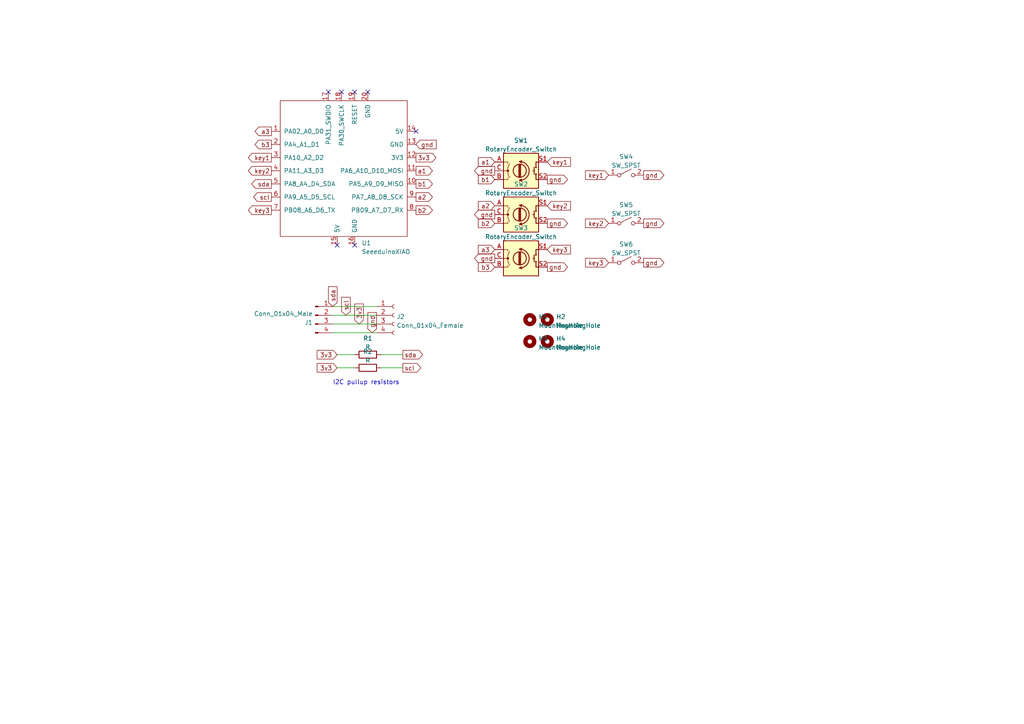
<source format=kicad_sch>
(kicad_sch (version 20211123) (generator eeschema)
  (paper "A4")
  (lib_symbols
    (symbol "Connector:Conn_01x04_Female" (pin_names (offset 1.016) hide)
      (property "Reference" "J" (at 0 5.08 0))
      (property "Value" "Conn_01x04_Female" (at 0 -7.62 0))
      (symbol "Conn_01x04_Female_1_1"
        (arc (start 0 -4.572) (mid -0.508 -5.08) (end 0 -5.588) (stroke (width 0.1524)))
        (arc (start 0 -2.032) (mid -0.508 -2.54) (end 0 -3.048) (stroke (width 0.1524)))
        (polyline (pts (xy -1.27 -5.08) (xy -0.508 -5.08)) (stroke (width 0.1524)))
        (polyline (pts (xy -1.27 -2.54) (xy -0.508 -2.54)) (stroke (width 0.1524)))
        (polyline (pts (xy -1.27 0) (xy -0.508 0)) (stroke (width 0.1524)))
        (polyline (pts (xy -1.27 2.54) (xy -0.508 2.54)) (stroke (width 0.1524)))
        (arc (start 0 0.508) (mid -0.508 0) (end 0 -0.508) (stroke (width 0.1524)))
        (arc (start 0 3.048) (mid -0.508 2.54) (end 0 2.032) (stroke (width 0.1524)))
        (pin passive line (at -5.08 2.54 0) (length 3.81) (name "Pin_1") (number "1"))
        (pin passive line (at -5.08 0 0) (length 3.81) (name "Pin_2") (number "2"))
        (pin passive line (at -5.08 -2.54 0) (length 3.81) (name "Pin_3") (number "3"))
        (pin passive line (at -5.08 -5.08 0) (length 3.81) (name "Pin_4") (number "4"))
      )
    )
    (symbol "Connector:Conn_01x04_Male" (pin_names (offset 1.016) hide)
      (property "Reference" "J" (at 0 5.08 0))
      (property "Value" "Conn_01x04_Male" (at 0 -7.62 0))
      (symbol "Conn_01x04_Male_1_1"
        (polyline (pts (xy 1.27 -5.08) (xy 0.8636 -5.08)) (stroke (width 0.1524)))
        (polyline (pts (xy 1.27 -2.54) (xy 0.8636 -2.54)) (stroke (width 0.1524)))
        (polyline (pts (xy 1.27 0) (xy 0.8636 0)) (stroke (width 0.1524)))
        (polyline (pts (xy 1.27 2.54) (xy 0.8636 2.54)) (stroke (width 0.1524)))
        (rectangle (start 0.8636 -4.953) (end 0 -5.207) (stroke (width 0.1524)) (fill (type outline)))
        (rectangle (start 0.8636 -2.413) (end 0 -2.667) (stroke (width 0.1524)) (fill (type outline)))
        (rectangle (start 0.8636 0.127) (end 0 -0.127) (stroke (width 0.1524)) (fill (type outline)))
        (rectangle (start 0.8636 2.667) (end 0 2.413) (stroke (width 0.1524)) (fill (type outline)))
        (pin passive line (at 5.08 2.54 180) (length 3.81) (name "Pin_1") (number "1"))
        (pin passive line (at 5.08 0 180) (length 3.81) (name "Pin_2") (number "2"))
        (pin passive line (at 5.08 -2.54 180) (length 3.81) (name "Pin_3") (number "3"))
        (pin passive line (at 5.08 -5.08 180) (length 3.81) (name "Pin_4") (number "4"))
      )
    )
    (symbol "Device:R" (pin_numbers hide) (pin_names (offset 0))
      (property "Reference" "R" (at 2.032 0 90))
      (property "Value" "R" (at 0 0 90))
      (symbol "R_0_1"
        (rectangle (start -1.016 -2.54) (end 1.016 2.54) (stroke (width 0.254)))
      )
      (symbol "R_1_1"
        (pin passive line (at 0 3.81 270) (length 1.27) (name "~") (number "1"))
        (pin passive line (at 0 -3.81 90) (length 1.27) (name "~") (number "2"))
      )
    )
    (symbol "Device:RotaryEncoder_Switch" (pin_names (offset 0.254) hide)
      (property "Reference" "SW" (at 0 6.604 0))
      (property "Value" "RotaryEncoder_Switch" (at 0 -6.604 0))
      (symbol "RotaryEncoder_Switch_0_1"
        (rectangle (start -5.08 5.08) (end 5.08 -5.08) (stroke (width 0.254)) (fill (type background)))
        (circle (center -3.81 0) (radius 0.254) (fill (type outline)))
        (arc (start -0.381 -2.794) (mid 2.3622 -0.0508) (end -0.381 2.667) (stroke (width 0.254)))
        (circle (center -0.381 0) (radius 1.905) (stroke (width 0.254)))
        (polyline (pts (xy -0.635 -1.778) (xy -0.635 1.778)) (stroke (width 0.254)))
        (polyline (pts (xy -0.381 -1.778) (xy -0.381 1.778)) (stroke (width 0.254)))
        (polyline (pts (xy -0.127 1.778) (xy -0.127 -1.778)) (stroke (width 0.254)))
        (polyline (pts (xy 3.81 0) (xy 3.429 0)) (stroke (width 0.254)))
        (polyline (pts (xy 3.81 1.016) (xy 3.81 -1.016)) (stroke (width 0.254)))
        (polyline (pts (xy -5.08 -2.54) (xy -3.81 -2.54) (xy -3.81 -2.032)))
        (polyline (pts (xy -5.08 2.54) (xy -3.81 2.54) (xy -3.81 2.032)))
        (polyline (pts (xy 0.254 -3.048) (xy -0.508 -2.794) (xy 0.127 -2.413)) (stroke (width 0.254)))
        (polyline (pts (xy 0.254 2.921) (xy -0.508 2.667) (xy 0.127 2.286)) (stroke (width 0.254)))
        (polyline (pts (xy 5.08 -2.54) (xy 4.318 -2.54) (xy 4.318 -1.016)) (stroke (width 0.254)))
        (polyline (pts (xy 5.08 2.54) (xy 4.318 2.54) (xy 4.318 1.016)) (stroke (width 0.254)))
        (polyline (pts (xy -5.08 0) (xy -3.81 0) (xy -3.81 -1.016) (xy -3.302 -2.032)))
        (polyline (pts (xy -4.318 0) (xy -3.81 0) (xy -3.81 1.016) (xy -3.302 2.032)))
        (circle (center 4.318 -1.016) (radius 0.127) (stroke (width 0.254)))
        (circle (center 4.318 1.016) (radius 0.127) (stroke (width 0.254)))
      )
      (symbol "RotaryEncoder_Switch_1_1"
        (pin passive line (at -7.62 2.54 0) (length 2.54) (name "A") (number "A"))
        (pin passive line (at -7.62 -2.54 0) (length 2.54) (name "B") (number "B"))
        (pin passive line (at -7.62 0 0) (length 2.54) (name "C") (number "C"))
        (pin passive line (at 7.62 2.54 180) (length 2.54) (name "S1") (number "S1"))
        (pin passive line (at 7.62 -2.54 180) (length 2.54) (name "S2") (number "S2"))
      )
    )
    (symbol "Mechanical:MountingHole" (pin_names (offset 1.016))
      (property "Reference" "H" (at 0 5.08 0))
      (property "Value" "MountingHole" (at 0 3.175 0))
      (symbol "MountingHole_0_1"
        (circle (center 0 0) (radius 1.27) (stroke (width 1.27)))
      )
    )
    (symbol "Seeeduino XIAO:SeeeduinoXIAO" (pin_names (offset 1.016))
      (property "Reference" "U" (at -19.05 22.86 0))
      (property "Value" "SeeeduinoXIAO" (at -12.7 21.59 0))
      (symbol "SeeeduinoXIAO_0_1"
        (rectangle (start -19.05 20.32) (end 17.78 -19.05))
      )
      (symbol "SeeeduinoXIAO_1_1"
        (pin unspecified line (at -21.59 11.43 0) (length 2.54) (name "PA02_A0_D0") (number "1"))
        (pin unspecified line (at 20.32 -3.81 180) (length 2.54) (name "PA5_A9_D9_MISO") (number "10"))
        (pin unspecified line (at 20.32 0 180) (length 2.54) (name "PA6_A10_D10_MOSI") (number "11"))
        (pin unspecified line (at 20.32 3.81 180) (length 2.54) (name "3V3") (number "12"))
        (pin unspecified line (at 20.32 7.62 180) (length 2.54) (name "GND") (number "13"))
        (pin unspecified line (at 20.32 11.43 180) (length 2.54) (name "5V") (number "14"))
        (pin input line (at -2.54 -21.59 90) (length 2.54) (name "5V") (number "15"))
        (pin input line (at 2.54 -21.59 90) (length 2.54) (name "GND") (number "16"))
        (pin input line (at -5.08 22.86 270) (length 2.54) (name "PA31_SWDIO") (number "17"))
        (pin input line (at -1.27 22.86 270) (length 2.54) (name "PA30_SWCLK") (number "18"))
        (pin input line (at 2.54 22.86 270) (length 2.54) (name "RESET") (number "19"))
        (pin unspecified line (at -21.59 7.62 0) (length 2.54) (name "PA4_A1_D1") (number "2"))
        (pin input line (at 6.35 22.86 270) (length 2.54) (name "GND") (number "20"))
        (pin unspecified line (at -21.59 3.81 0) (length 2.54) (name "PA10_A2_D2") (number "3"))
        (pin unspecified line (at -21.59 0 0) (length 2.54) (name "PA11_A3_D3") (number "4"))
        (pin unspecified line (at -21.59 -3.81 0) (length 2.54) (name "PA8_A4_D4_SDA") (number "5"))
        (pin unspecified line (at -21.59 -7.62 0) (length 2.54) (name "PA9_A5_D5_SCL") (number "6"))
        (pin unspecified line (at -21.59 -11.43 0) (length 2.54) (name "PB08_A6_D6_TX") (number "7"))
        (pin unspecified line (at 20.32 -11.43 180) (length 2.54) (name "PB09_A7_D7_RX") (number "8"))
        (pin unspecified line (at 20.32 -7.62 180) (length 2.54) (name "PA7_A8_D8_SCK") (number "9"))
      )
    )
    (symbol "Switch:SW_SPST" (pin_names (offset 0) hide)
      (property "Reference" "SW" (at 0 3.175 0))
      (property "Value" "SW_SPST" (at 0 -2.54 0))
      (symbol "SW_SPST_0_0"
        (circle (center -2.032 0) (radius 0.508))
        (polyline (pts (xy -1.524 0.254) (xy 1.524 1.778)))
        (circle (center 2.032 0) (radius 0.508))
      )
      (symbol "SW_SPST_1_1"
        (pin passive line (at -5.08 0 0) (length 2.54) (name "A") (number "1"))
        (pin passive line (at 5.08 0 180) (length 2.54) (name "B") (number "2"))
      )
    )
  )
  (no_connect (at 99.06 26.67))
  (no_connect (at 95.25 26.67))
  (no_connect (at 106.68 26.67))
  (no_connect (at 102.87 26.67))
  (no_connect (at 97.79 71.12))
  (no_connect (at 102.87 71.12))
  (no_connect (at 120.65 38.1))
  (wire (pts (xy 96.52 88.9) (xy 109.22 88.9)))
  (wire (pts (xy 97.79 102.87) (xy 102.87 102.87)))
  (wire (pts (xy 110.49 106.68) (xy 116.84 106.68)))
  (wire (pts (xy 96.52 91.44) (xy 109.22 91.44)))
  (wire (pts (xy 96.52 96.52) (xy 109.22 96.52)))
  (wire (pts (xy 97.79 106.68) (xy 102.87 106.68)))
  (wire (pts (xy 96.52 93.98) (xy 109.22 93.98)))
  (wire (pts (xy 110.49 102.87) (xy 116.84 102.87)))
  (text "I2C pullup resistors" (at 96.52 111.76 0) (effects (font (size 1.27 1.27)) (justify left bottom)))
  (global_label "gnd" (shape input) (at 120.65 41.91 0) (property "Intersheet References" "${INTERSHEET_REFS}" (effects hide)))
  (global_label "gnd" (shape output) (at 158.75 64.77 0) (property "Intersheet References" "${INTERSHEET_REFS}" (effects hide)))
  (global_label "key3" (shape output) (at 78.74 60.96 180) (property "Intersheet References" "${INTERSHEET_REFS}" (effects hide)))
  (global_label "a2" (shape input) (at 143.51 59.69 180) (property "Intersheet References" "${INTERSHEET_REFS}" (effects hide)))
  (global_label "b2" (shape output) (at 120.65 60.96 0) (property "Intersheet References" "${INTERSHEET_REFS}" (effects hide)))
  (global_label "3v3" (shape input) (at 97.79 102.87 180) (property "Intersheet References" "${INTERSHEET_REFS}" (effects hide)))
  (global_label "key1" (shape input) (at 176.53 50.8 180) (property "Intersheet References" "${INTERSHEET_REFS}" (effects hide)))
  (global_label "key2" (shape output) (at 78.74 49.53 180) (property "Intersheet References" "${INTERSHEET_REFS}" (effects hide)))
  (global_label "b2" (shape input) (at 143.51 64.77 180) (property "Intersheet References" "${INTERSHEET_REFS}" (effects hide)))
  (global_label "a3" (shape output) (at 78.74 38.1 180) (property "Intersheet References" "${INTERSHEET_REFS}" (effects hide)))
  (global_label "scl" (shape output) (at 116.84 106.68 0) (property "Intersheet References" "${INTERSHEET_REFS}" (effects hide)))
  (global_label "a1" (shape output) (at 120.65 49.53 0) (property "Intersheet References" "${INTERSHEET_REFS}" (effects hide)))
  (global_label "gnd" (shape output) (at 186.69 64.77 0) (property "Intersheet References" "${INTERSHEET_REFS}" (effects hide)))
  (global_label "gnd" (shape output) (at 158.75 52.07 0) (property "Intersheet References" "${INTERSHEET_REFS}" (effects hide)))
  (global_label "gnd" (shape output) (at 158.75 77.47 0) (property "Intersheet References" "${INTERSHEET_REFS}" (effects hide)))
  (global_label "key1" (shape output) (at 78.74 45.72 180) (property "Intersheet References" "${INTERSHEET_REFS}" (effects hide)))
  (global_label "gnd" (shape output) (at 143.51 49.53 180) (property "Intersheet References" "${INTERSHEET_REFS}" (effects hide)))
  (global_label "scl" (shape output) (at 78.74 57.15 180) (property "Intersheet References" "${INTERSHEET_REFS}" (effects hide)))
  (global_label "gnd" (shape output) (at 186.69 76.2 0) (property "Intersheet References" "${INTERSHEET_REFS}" (effects hide)))
  (global_label "b1" (shape output) (at 120.65 53.34 0) (property "Intersheet References" "${INTERSHEET_REFS}" (effects hide)))
  (global_label "key2" (shape input) (at 176.53 64.77 180) (property "Intersheet References" "${INTERSHEET_REFS}" (effects hide)))
  (global_label "scl" (shape input) (at 100.33 91.44 90) (property "Intersheet References" "${INTERSHEET_REFS}" (effects hide)))
  (global_label "key2" (shape input) (at 158.75 59.69 0) (property "Intersheet References" "${INTERSHEET_REFS}" (effects hide)))
  (global_label "a3" (shape input) (at 143.51 72.39 180) (property "Intersheet References" "${INTERSHEET_REFS}" (effects hide)))
  (global_label "sda" (shape input) (at 96.52 88.9 90) (property "Intersheet References" "${INTERSHEET_REFS}" (effects hide)))
  (global_label "3v3" (shape input) (at 104.14 93.98 90) (property "Intersheet References" "${INTERSHEET_REFS}" (effects hide)))
  (global_label "gnd" (shape output) (at 143.51 74.93 180) (property "Intersheet References" "${INTERSHEET_REFS}" (effects hide)))
  (global_label "key3" (shape input) (at 176.53 76.2 180) (property "Intersheet References" "${INTERSHEET_REFS}" (effects hide)))
  (global_label "b3" (shape output) (at 78.74 41.91 180) (property "Intersheet References" "${INTERSHEET_REFS}" (effects hide)))
  (global_label "sda" (shape output) (at 116.84 102.87 0) (property "Intersheet References" "${INTERSHEET_REFS}" (effects hide)))
  (global_label "gnd" (shape input) (at 107.95 96.52 90) (property "Intersheet References" "${INTERSHEET_REFS}" (effects hide)))
  (global_label "b1" (shape input) (at 143.51 52.07 180) (property "Intersheet References" "${INTERSHEET_REFS}" (effects hide)))
  (global_label "key3" (shape input) (at 158.75 72.39 0) (property "Intersheet References" "${INTERSHEET_REFS}" (effects hide)))
  (global_label "a2" (shape output) (at 120.65 57.15 0) (property "Intersheet References" "${INTERSHEET_REFS}" (effects hide)))
  (global_label "3v3" (shape output) (at 120.65 45.72 0) (property "Intersheet References" "${INTERSHEET_REFS}" (effects hide)))
  (global_label "gnd" (shape output) (at 143.51 62.23 180) (property "Intersheet References" "${INTERSHEET_REFS}" (effects hide)))
  (global_label "gnd" (shape output) (at 186.69 50.8 0) (property "Intersheet References" "${INTERSHEET_REFS}" (effects hide)))
  (global_label "a1" (shape input) (at 143.51 46.99 180) (property "Intersheet References" "${INTERSHEET_REFS}" (effects hide)))
  (global_label "sda" (shape output) (at 78.74 53.34 180) (property "Intersheet References" "${INTERSHEET_REFS}" (effects hide)))
  (global_label "3v3" (shape input) (at 97.79 106.68 180) (property "Intersheet References" "${INTERSHEET_REFS}" (effects hide)))
  (global_label "b3" (shape input) (at 143.51 77.47 180) (property "Intersheet References" "${INTERSHEET_REFS}" (effects hide)))
  (global_label "key1" (shape input) (at 158.75 46.99 0) (property "Intersheet References" "${INTERSHEET_REFS}" (effects hide)))
  (symbol (lib_id "Device:R") (at 106.68 106.68 90) (unit 1)
    (property "Reference" "R2" (at 106.68 101.9642 90))
    (property "Value" "R" (at 106.68 104.5011 90))
    (property "Footprint" "Resistor_SMD:R_1206_3216Metric_Pad1.30x1.75mm_HandSolder" (effects hide))
  )
  (symbol (lib_id "Mechanical:MountingHole") (at 158.75 92.71 0) (unit 1)
    (property "Reference" "H2" (at 161.29 91.8753 0) (effects (justify left)))
    (property "Value" "MountingHole" (at 161.29 94.4122 0) (effects (justify left)))
    (property "Footprint" "MountingHole:MountingHole_2.2mm_M2_DIN965" (effects hide))
  )
  (symbol (lib_id "Mechanical:MountingHole") (at 153.67 99.06 0) (unit 1)
    (property "Reference" "H3" (at 156.21 98.2253 0) (effects (justify left)))
    (property "Value" "MountingHole" (at 156.21 100.7622 0) (effects (justify left)))
    (property "Footprint" "MountingHole:MountingHole_2.2mm_M2_DIN965" (effects hide))
  )
  (symbol (lib_id "Seeeduino XIAO:SeeeduinoXIAO") (at 100.33 49.53 0) (unit 1)
    (property "Reference" "U1" (at 104.8894 70.4834 0) (effects (justify left)))
    (property "Value" "SeeeduinoXIAO" (at 104.8894 73.0203 0) (effects (justify left)))
    (property "Footprint" "Seeeduino XIAO KICAD:Seeeduino XIAO-MOUDLE14P-2.54-21X17.8MM" (effects hide))
  )
  (symbol (lib_id "Device:R") (at 106.68 102.87 90) (unit 1)
    (property "Reference" "R1" (at 106.68 98.1542 90))
    (property "Value" "R" (at 106.68 100.6911 90))
    (property "Footprint" "Resistor_SMD:R_1206_3216Metric_Pad1.30x1.75mm_HandSolder" (effects hide))
  )
  (symbol (lib_id "Switch:SW_SPST") (at 181.61 50.8 0) (unit 1)
    (property "Reference" "SW4" (at 181.61 45.4492 0))
    (property "Value" "SW_SPST" (at 181.61 47.9861 0))
    (property "Footprint" "keyswitches:Kailh_socket_MX" (effects hide))
  )
  (symbol (lib_id "Device:RotaryEncoder_Switch") (at 151.13 49.53 0) (unit 1)
    (property "Reference" "SW1" (at 151.13 40.7502 0))
    (property "Value" "RotaryEncoder_Switch" (at 151.13 43.2871 0))
    (property "Footprint" "Rotary_Encoder:RotaryEncoder_Alps_EC11E-Switch_Vertical_H20mm" (effects hide))
  )
  (symbol (lib_id "Device:RotaryEncoder_Switch") (at 151.13 74.93 0) (unit 1)
    (property "Reference" "SW3" (at 151.13 66.1502 0))
    (property "Value" "RotaryEncoder_Switch" (at 151.13 68.6871 0))
    (property "Footprint" "Rotary_Encoder:RotaryEncoder_Alps_EC11E-Switch_Vertical_H20mm" (effects hide))
  )
  (symbol (lib_id "Switch:SW_SPST") (at 181.61 76.2 0) (unit 1)
    (property "Reference" "SW6" (at 181.61 70.8492 0))
    (property "Value" "SW_SPST" (at 181.61 73.3861 0))
    (property "Footprint" "keyswitches:Kailh_socket_MX" (effects hide))
  )
  (symbol (lib_id "Connector:Conn_01x04_Male") (at 91.44 91.44 0) (unit 1)
    (property "Reference" "J1" (at 90.7288 93.5447 0) (effects (justify right)))
    (property "Value" "Conn_01x04_Male" (at 90.7288 91.0078 0) (effects (justify right)))
    (property "Footprint" "Connector_PinSocket_2.54mm:PinSocket_1x04_P2.54mm_Vertical" (effects hide))
  )
  (symbol (lib_id "Mechanical:MountingHole") (at 158.75 99.06 0) (unit 1)
    (property "Reference" "H4" (at 161.29 98.2253 0) (effects (justify left)))
    (property "Value" "MountingHole" (at 161.29 100.7622 0) (effects (justify left)))
    (property "Footprint" "MountingHole:MountingHole_2.2mm_M2_DIN965" (effects hide))
  )
  (symbol (lib_id "Connector:Conn_01x04_Female") (at 114.3 91.44 0) (unit 1)
    (property "Reference" "J2" (at 115.0112 91.8753 0) (effects (justify left)))
    (property "Value" "Conn_01x04_Female" (at 115.0112 94.4122 0) (effects (justify left)))
    (property "Footprint" "Connector_PinSocket_2.54mm:PinSocket_1x04_P2.54mm_Vertical" (effects hide))
  )
  (symbol (lib_id "Device:RotaryEncoder_Switch") (at 151.13 62.23 0) (unit 1)
    (property "Reference" "SW2" (at 151.13 53.4502 0))
    (property "Value" "RotaryEncoder_Switch" (at 151.13 55.9871 0))
    (property "Footprint" "Rotary_Encoder:RotaryEncoder_Alps_EC11E-Switch_Vertical_H20mm" (effects hide))
  )
  (symbol (lib_id "Switch:SW_SPST") (at 181.61 64.77 0) (unit 1)
    (property "Reference" "SW5" (at 181.61 59.4192 0))
    (property "Value" "SW_SPST" (at 181.61 61.9561 0))
    (property "Footprint" "keyswitches:Kailh_socket_MX" (effects hide))
  )
  (symbol (lib_id "Mechanical:MountingHole") (at 153.67 92.71 0) (unit 1)
    (property "Reference" "H1" (at 156.21 91.8753 0) (effects (justify left)))
    (property "Value" "MountingHole" (at 156.21 94.4122 0) (effects (justify left)))
    (property "Footprint" "MountingHole:MountingHole_2.2mm_M2_DIN965" (effects hide))
  )
)
</source>
